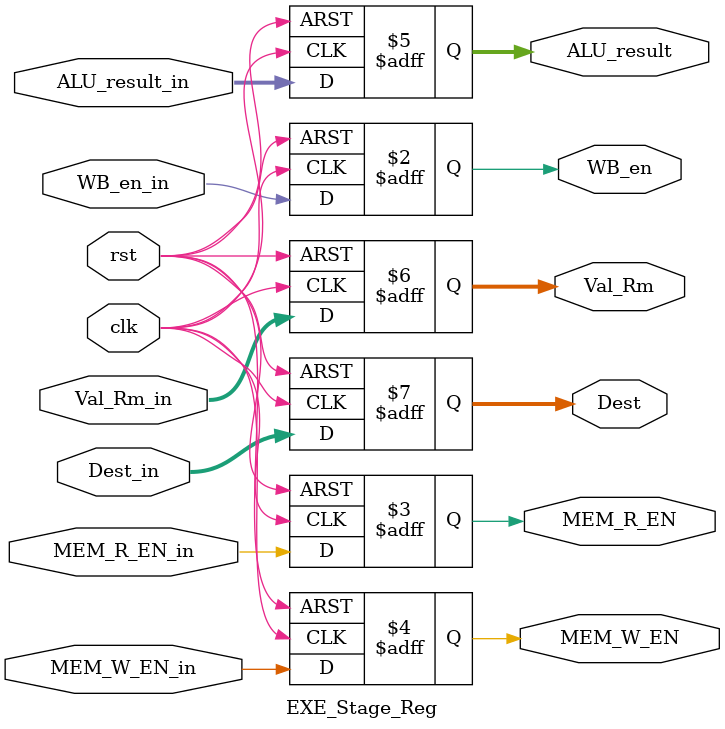
<source format=v>
module EXE_Stage_Reg(
  input clk,rst, WB_en_in, MEM_R_EN_in, MEM_W_EN_in,
  input[31:0] ALU_result_in, Val_Rm_in,
  input[3:0] Dest_in,

  output reg WB_en, MEM_R_EN, MEM_W_EN,
  output reg[31:0] ALU_result, Val_Rm,
  output reg[3:0] Dest
);
  always@(posedge clk, posedge rst)
  begin
    if(rst)begin
      WB_en=0; MEM_R_EN=0; MEM_W_EN=0;
      ALU_result=0; Val_Rm=0;
      Dest=0;
    end
    else begin
      WB_en = WB_en_in;
      MEM_R_EN = MEM_R_EN_in;
      MEM_W_EN = MEM_W_EN_in;
      ALU_result = ALU_result_in;
      Val_Rm =  Val_Rm_in;
      Dest = Dest_in;
    end
  end
endmodule

</source>
